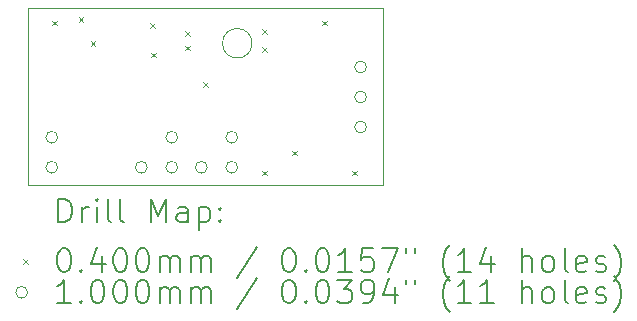
<source format=gbr>
%TF.GenerationSoftware,KiCad,Pcbnew,7.0.9*%
%TF.CreationDate,2024-03-13T02:47:42-05:00*%
%TF.ProjectId,SWITCHES,53574954-4348-4455-932e-6b696361645f,rev?*%
%TF.SameCoordinates,Original*%
%TF.FileFunction,Drillmap*%
%TF.FilePolarity,Positive*%
%FSLAX45Y45*%
G04 Gerber Fmt 4.5, Leading zero omitted, Abs format (unit mm)*
G04 Created by KiCad (PCBNEW 7.0.9) date 2024-03-13 02:47:42*
%MOMM*%
%LPD*%
G01*
G04 APERTURE LIST*
%ADD10C,0.100000*%
%ADD11C,0.200000*%
G04 APERTURE END LIST*
D10*
X14000000Y-8000000D02*
X17000000Y-8000000D01*
X17000000Y-9500000D01*
X14000000Y-9500000D01*
X14000000Y-8000000D01*
X16510000Y-8128000D02*
G75*
G03*
X16510000Y-8128000I0J0D01*
G01*
X15895000Y-8300000D02*
G75*
G03*
X15895000Y-8300000I-125000J0D01*
G01*
D11*
D10*
X14204000Y-8108000D02*
X14244000Y-8148000D01*
X14244000Y-8108000D02*
X14204000Y-8148000D01*
X14426270Y-8076270D02*
X14466270Y-8116270D01*
X14466270Y-8076270D02*
X14426270Y-8116270D01*
X14530000Y-8280000D02*
X14570000Y-8320000D01*
X14570000Y-8280000D02*
X14530000Y-8320000D01*
X15030000Y-8130000D02*
X15070000Y-8170000D01*
X15070000Y-8130000D02*
X15030000Y-8170000D01*
X15040000Y-8380000D02*
X15080000Y-8420000D01*
X15080000Y-8380000D02*
X15040000Y-8420000D01*
X15330000Y-8200000D02*
X15370000Y-8240000D01*
X15370000Y-8200000D02*
X15330000Y-8240000D01*
X15330000Y-8320000D02*
X15370000Y-8360000D01*
X15370000Y-8320000D02*
X15330000Y-8360000D01*
X15480000Y-8630000D02*
X15520000Y-8670000D01*
X15520000Y-8630000D02*
X15480000Y-8670000D01*
X15980000Y-8180000D02*
X16020000Y-8220000D01*
X16020000Y-8180000D02*
X15980000Y-8220000D01*
X15982000Y-8330000D02*
X16022000Y-8370000D01*
X16022000Y-8330000D02*
X15982000Y-8370000D01*
X15982000Y-9378000D02*
X16022000Y-9418000D01*
X16022000Y-9378000D02*
X15982000Y-9418000D01*
X16236000Y-9210000D02*
X16276000Y-9250000D01*
X16276000Y-9210000D02*
X16236000Y-9250000D01*
X16490000Y-8108000D02*
X16530000Y-8148000D01*
X16530000Y-8108000D02*
X16490000Y-8148000D01*
X16744000Y-9378000D02*
X16784000Y-9418000D01*
X16784000Y-9378000D02*
X16744000Y-9418000D01*
X14250000Y-9096000D02*
G75*
G03*
X14250000Y-9096000I-50000J0D01*
G01*
X14250000Y-9350000D02*
G75*
G03*
X14250000Y-9350000I-50000J0D01*
G01*
X15008000Y-9350000D02*
G75*
G03*
X15008000Y-9350000I-50000J0D01*
G01*
X15266000Y-9096000D02*
G75*
G03*
X15266000Y-9096000I-50000J0D01*
G01*
X15266000Y-9350000D02*
G75*
G03*
X15266000Y-9350000I-50000J0D01*
G01*
X15516000Y-9350000D02*
G75*
G03*
X15516000Y-9350000I-50000J0D01*
G01*
X15774000Y-9096000D02*
G75*
G03*
X15774000Y-9096000I-50000J0D01*
G01*
X15774000Y-9350000D02*
G75*
G03*
X15774000Y-9350000I-50000J0D01*
G01*
X16865000Y-8500000D02*
G75*
G03*
X16865000Y-8500000I-50000J0D01*
G01*
X16865000Y-8754000D02*
G75*
G03*
X16865000Y-8754000I-50000J0D01*
G01*
X16865000Y-9008000D02*
G75*
G03*
X16865000Y-9008000I-50000J0D01*
G01*
D11*
X14255777Y-9816484D02*
X14255777Y-9616484D01*
X14255777Y-9616484D02*
X14303396Y-9616484D01*
X14303396Y-9616484D02*
X14331967Y-9626008D01*
X14331967Y-9626008D02*
X14351015Y-9645055D01*
X14351015Y-9645055D02*
X14360539Y-9664103D01*
X14360539Y-9664103D02*
X14370062Y-9702198D01*
X14370062Y-9702198D02*
X14370062Y-9730770D01*
X14370062Y-9730770D02*
X14360539Y-9768865D01*
X14360539Y-9768865D02*
X14351015Y-9787912D01*
X14351015Y-9787912D02*
X14331967Y-9806960D01*
X14331967Y-9806960D02*
X14303396Y-9816484D01*
X14303396Y-9816484D02*
X14255777Y-9816484D01*
X14455777Y-9816484D02*
X14455777Y-9683150D01*
X14455777Y-9721246D02*
X14465301Y-9702198D01*
X14465301Y-9702198D02*
X14474824Y-9692674D01*
X14474824Y-9692674D02*
X14493872Y-9683150D01*
X14493872Y-9683150D02*
X14512920Y-9683150D01*
X14579586Y-9816484D02*
X14579586Y-9683150D01*
X14579586Y-9616484D02*
X14570062Y-9626008D01*
X14570062Y-9626008D02*
X14579586Y-9635531D01*
X14579586Y-9635531D02*
X14589110Y-9626008D01*
X14589110Y-9626008D02*
X14579586Y-9616484D01*
X14579586Y-9616484D02*
X14579586Y-9635531D01*
X14703396Y-9816484D02*
X14684348Y-9806960D01*
X14684348Y-9806960D02*
X14674824Y-9787912D01*
X14674824Y-9787912D02*
X14674824Y-9616484D01*
X14808158Y-9816484D02*
X14789110Y-9806960D01*
X14789110Y-9806960D02*
X14779586Y-9787912D01*
X14779586Y-9787912D02*
X14779586Y-9616484D01*
X15036729Y-9816484D02*
X15036729Y-9616484D01*
X15036729Y-9616484D02*
X15103396Y-9759341D01*
X15103396Y-9759341D02*
X15170062Y-9616484D01*
X15170062Y-9616484D02*
X15170062Y-9816484D01*
X15351015Y-9816484D02*
X15351015Y-9711722D01*
X15351015Y-9711722D02*
X15341491Y-9692674D01*
X15341491Y-9692674D02*
X15322443Y-9683150D01*
X15322443Y-9683150D02*
X15284348Y-9683150D01*
X15284348Y-9683150D02*
X15265301Y-9692674D01*
X15351015Y-9806960D02*
X15331967Y-9816484D01*
X15331967Y-9816484D02*
X15284348Y-9816484D01*
X15284348Y-9816484D02*
X15265301Y-9806960D01*
X15265301Y-9806960D02*
X15255777Y-9787912D01*
X15255777Y-9787912D02*
X15255777Y-9768865D01*
X15255777Y-9768865D02*
X15265301Y-9749817D01*
X15265301Y-9749817D02*
X15284348Y-9740293D01*
X15284348Y-9740293D02*
X15331967Y-9740293D01*
X15331967Y-9740293D02*
X15351015Y-9730770D01*
X15446253Y-9683150D02*
X15446253Y-9883150D01*
X15446253Y-9692674D02*
X15465301Y-9683150D01*
X15465301Y-9683150D02*
X15503396Y-9683150D01*
X15503396Y-9683150D02*
X15522443Y-9692674D01*
X15522443Y-9692674D02*
X15531967Y-9702198D01*
X15531967Y-9702198D02*
X15541491Y-9721246D01*
X15541491Y-9721246D02*
X15541491Y-9778389D01*
X15541491Y-9778389D02*
X15531967Y-9797436D01*
X15531967Y-9797436D02*
X15522443Y-9806960D01*
X15522443Y-9806960D02*
X15503396Y-9816484D01*
X15503396Y-9816484D02*
X15465301Y-9816484D01*
X15465301Y-9816484D02*
X15446253Y-9806960D01*
X15627205Y-9797436D02*
X15636729Y-9806960D01*
X15636729Y-9806960D02*
X15627205Y-9816484D01*
X15627205Y-9816484D02*
X15617682Y-9806960D01*
X15617682Y-9806960D02*
X15627205Y-9797436D01*
X15627205Y-9797436D02*
X15627205Y-9816484D01*
X15627205Y-9692674D02*
X15636729Y-9702198D01*
X15636729Y-9702198D02*
X15627205Y-9711722D01*
X15627205Y-9711722D02*
X15617682Y-9702198D01*
X15617682Y-9702198D02*
X15627205Y-9692674D01*
X15627205Y-9692674D02*
X15627205Y-9711722D01*
D10*
X13955000Y-10125000D02*
X13995000Y-10165000D01*
X13995000Y-10125000D02*
X13955000Y-10165000D01*
D11*
X14293872Y-10036484D02*
X14312920Y-10036484D01*
X14312920Y-10036484D02*
X14331967Y-10046008D01*
X14331967Y-10046008D02*
X14341491Y-10055531D01*
X14341491Y-10055531D02*
X14351015Y-10074579D01*
X14351015Y-10074579D02*
X14360539Y-10112674D01*
X14360539Y-10112674D02*
X14360539Y-10160293D01*
X14360539Y-10160293D02*
X14351015Y-10198389D01*
X14351015Y-10198389D02*
X14341491Y-10217436D01*
X14341491Y-10217436D02*
X14331967Y-10226960D01*
X14331967Y-10226960D02*
X14312920Y-10236484D01*
X14312920Y-10236484D02*
X14293872Y-10236484D01*
X14293872Y-10236484D02*
X14274824Y-10226960D01*
X14274824Y-10226960D02*
X14265301Y-10217436D01*
X14265301Y-10217436D02*
X14255777Y-10198389D01*
X14255777Y-10198389D02*
X14246253Y-10160293D01*
X14246253Y-10160293D02*
X14246253Y-10112674D01*
X14246253Y-10112674D02*
X14255777Y-10074579D01*
X14255777Y-10074579D02*
X14265301Y-10055531D01*
X14265301Y-10055531D02*
X14274824Y-10046008D01*
X14274824Y-10046008D02*
X14293872Y-10036484D01*
X14446253Y-10217436D02*
X14455777Y-10226960D01*
X14455777Y-10226960D02*
X14446253Y-10236484D01*
X14446253Y-10236484D02*
X14436729Y-10226960D01*
X14436729Y-10226960D02*
X14446253Y-10217436D01*
X14446253Y-10217436D02*
X14446253Y-10236484D01*
X14627205Y-10103150D02*
X14627205Y-10236484D01*
X14579586Y-10026960D02*
X14531967Y-10169817D01*
X14531967Y-10169817D02*
X14655777Y-10169817D01*
X14770062Y-10036484D02*
X14789110Y-10036484D01*
X14789110Y-10036484D02*
X14808158Y-10046008D01*
X14808158Y-10046008D02*
X14817682Y-10055531D01*
X14817682Y-10055531D02*
X14827205Y-10074579D01*
X14827205Y-10074579D02*
X14836729Y-10112674D01*
X14836729Y-10112674D02*
X14836729Y-10160293D01*
X14836729Y-10160293D02*
X14827205Y-10198389D01*
X14827205Y-10198389D02*
X14817682Y-10217436D01*
X14817682Y-10217436D02*
X14808158Y-10226960D01*
X14808158Y-10226960D02*
X14789110Y-10236484D01*
X14789110Y-10236484D02*
X14770062Y-10236484D01*
X14770062Y-10236484D02*
X14751015Y-10226960D01*
X14751015Y-10226960D02*
X14741491Y-10217436D01*
X14741491Y-10217436D02*
X14731967Y-10198389D01*
X14731967Y-10198389D02*
X14722443Y-10160293D01*
X14722443Y-10160293D02*
X14722443Y-10112674D01*
X14722443Y-10112674D02*
X14731967Y-10074579D01*
X14731967Y-10074579D02*
X14741491Y-10055531D01*
X14741491Y-10055531D02*
X14751015Y-10046008D01*
X14751015Y-10046008D02*
X14770062Y-10036484D01*
X14960539Y-10036484D02*
X14979586Y-10036484D01*
X14979586Y-10036484D02*
X14998634Y-10046008D01*
X14998634Y-10046008D02*
X15008158Y-10055531D01*
X15008158Y-10055531D02*
X15017682Y-10074579D01*
X15017682Y-10074579D02*
X15027205Y-10112674D01*
X15027205Y-10112674D02*
X15027205Y-10160293D01*
X15027205Y-10160293D02*
X15017682Y-10198389D01*
X15017682Y-10198389D02*
X15008158Y-10217436D01*
X15008158Y-10217436D02*
X14998634Y-10226960D01*
X14998634Y-10226960D02*
X14979586Y-10236484D01*
X14979586Y-10236484D02*
X14960539Y-10236484D01*
X14960539Y-10236484D02*
X14941491Y-10226960D01*
X14941491Y-10226960D02*
X14931967Y-10217436D01*
X14931967Y-10217436D02*
X14922443Y-10198389D01*
X14922443Y-10198389D02*
X14912920Y-10160293D01*
X14912920Y-10160293D02*
X14912920Y-10112674D01*
X14912920Y-10112674D02*
X14922443Y-10074579D01*
X14922443Y-10074579D02*
X14931967Y-10055531D01*
X14931967Y-10055531D02*
X14941491Y-10046008D01*
X14941491Y-10046008D02*
X14960539Y-10036484D01*
X15112920Y-10236484D02*
X15112920Y-10103150D01*
X15112920Y-10122198D02*
X15122443Y-10112674D01*
X15122443Y-10112674D02*
X15141491Y-10103150D01*
X15141491Y-10103150D02*
X15170063Y-10103150D01*
X15170063Y-10103150D02*
X15189110Y-10112674D01*
X15189110Y-10112674D02*
X15198634Y-10131722D01*
X15198634Y-10131722D02*
X15198634Y-10236484D01*
X15198634Y-10131722D02*
X15208158Y-10112674D01*
X15208158Y-10112674D02*
X15227205Y-10103150D01*
X15227205Y-10103150D02*
X15255777Y-10103150D01*
X15255777Y-10103150D02*
X15274824Y-10112674D01*
X15274824Y-10112674D02*
X15284348Y-10131722D01*
X15284348Y-10131722D02*
X15284348Y-10236484D01*
X15379586Y-10236484D02*
X15379586Y-10103150D01*
X15379586Y-10122198D02*
X15389110Y-10112674D01*
X15389110Y-10112674D02*
X15408158Y-10103150D01*
X15408158Y-10103150D02*
X15436729Y-10103150D01*
X15436729Y-10103150D02*
X15455777Y-10112674D01*
X15455777Y-10112674D02*
X15465301Y-10131722D01*
X15465301Y-10131722D02*
X15465301Y-10236484D01*
X15465301Y-10131722D02*
X15474824Y-10112674D01*
X15474824Y-10112674D02*
X15493872Y-10103150D01*
X15493872Y-10103150D02*
X15522443Y-10103150D01*
X15522443Y-10103150D02*
X15541491Y-10112674D01*
X15541491Y-10112674D02*
X15551015Y-10131722D01*
X15551015Y-10131722D02*
X15551015Y-10236484D01*
X15941491Y-10026960D02*
X15770063Y-10284103D01*
X16198634Y-10036484D02*
X16217682Y-10036484D01*
X16217682Y-10036484D02*
X16236729Y-10046008D01*
X16236729Y-10046008D02*
X16246253Y-10055531D01*
X16246253Y-10055531D02*
X16255777Y-10074579D01*
X16255777Y-10074579D02*
X16265301Y-10112674D01*
X16265301Y-10112674D02*
X16265301Y-10160293D01*
X16265301Y-10160293D02*
X16255777Y-10198389D01*
X16255777Y-10198389D02*
X16246253Y-10217436D01*
X16246253Y-10217436D02*
X16236729Y-10226960D01*
X16236729Y-10226960D02*
X16217682Y-10236484D01*
X16217682Y-10236484D02*
X16198634Y-10236484D01*
X16198634Y-10236484D02*
X16179586Y-10226960D01*
X16179586Y-10226960D02*
X16170063Y-10217436D01*
X16170063Y-10217436D02*
X16160539Y-10198389D01*
X16160539Y-10198389D02*
X16151015Y-10160293D01*
X16151015Y-10160293D02*
X16151015Y-10112674D01*
X16151015Y-10112674D02*
X16160539Y-10074579D01*
X16160539Y-10074579D02*
X16170063Y-10055531D01*
X16170063Y-10055531D02*
X16179586Y-10046008D01*
X16179586Y-10046008D02*
X16198634Y-10036484D01*
X16351015Y-10217436D02*
X16360539Y-10226960D01*
X16360539Y-10226960D02*
X16351015Y-10236484D01*
X16351015Y-10236484D02*
X16341491Y-10226960D01*
X16341491Y-10226960D02*
X16351015Y-10217436D01*
X16351015Y-10217436D02*
X16351015Y-10236484D01*
X16484348Y-10036484D02*
X16503396Y-10036484D01*
X16503396Y-10036484D02*
X16522444Y-10046008D01*
X16522444Y-10046008D02*
X16531967Y-10055531D01*
X16531967Y-10055531D02*
X16541491Y-10074579D01*
X16541491Y-10074579D02*
X16551015Y-10112674D01*
X16551015Y-10112674D02*
X16551015Y-10160293D01*
X16551015Y-10160293D02*
X16541491Y-10198389D01*
X16541491Y-10198389D02*
X16531967Y-10217436D01*
X16531967Y-10217436D02*
X16522444Y-10226960D01*
X16522444Y-10226960D02*
X16503396Y-10236484D01*
X16503396Y-10236484D02*
X16484348Y-10236484D01*
X16484348Y-10236484D02*
X16465301Y-10226960D01*
X16465301Y-10226960D02*
X16455777Y-10217436D01*
X16455777Y-10217436D02*
X16446253Y-10198389D01*
X16446253Y-10198389D02*
X16436729Y-10160293D01*
X16436729Y-10160293D02*
X16436729Y-10112674D01*
X16436729Y-10112674D02*
X16446253Y-10074579D01*
X16446253Y-10074579D02*
X16455777Y-10055531D01*
X16455777Y-10055531D02*
X16465301Y-10046008D01*
X16465301Y-10046008D02*
X16484348Y-10036484D01*
X16741491Y-10236484D02*
X16627206Y-10236484D01*
X16684348Y-10236484D02*
X16684348Y-10036484D01*
X16684348Y-10036484D02*
X16665301Y-10065055D01*
X16665301Y-10065055D02*
X16646253Y-10084103D01*
X16646253Y-10084103D02*
X16627206Y-10093627D01*
X16922444Y-10036484D02*
X16827206Y-10036484D01*
X16827206Y-10036484D02*
X16817682Y-10131722D01*
X16817682Y-10131722D02*
X16827206Y-10122198D01*
X16827206Y-10122198D02*
X16846253Y-10112674D01*
X16846253Y-10112674D02*
X16893872Y-10112674D01*
X16893872Y-10112674D02*
X16912920Y-10122198D01*
X16912920Y-10122198D02*
X16922444Y-10131722D01*
X16922444Y-10131722D02*
X16931968Y-10150770D01*
X16931968Y-10150770D02*
X16931968Y-10198389D01*
X16931968Y-10198389D02*
X16922444Y-10217436D01*
X16922444Y-10217436D02*
X16912920Y-10226960D01*
X16912920Y-10226960D02*
X16893872Y-10236484D01*
X16893872Y-10236484D02*
X16846253Y-10236484D01*
X16846253Y-10236484D02*
X16827206Y-10226960D01*
X16827206Y-10226960D02*
X16817682Y-10217436D01*
X16998634Y-10036484D02*
X17131968Y-10036484D01*
X17131968Y-10036484D02*
X17046253Y-10236484D01*
X17198634Y-10036484D02*
X17198634Y-10074579D01*
X17274825Y-10036484D02*
X17274825Y-10074579D01*
X17570063Y-10312674D02*
X17560539Y-10303150D01*
X17560539Y-10303150D02*
X17541491Y-10274579D01*
X17541491Y-10274579D02*
X17531968Y-10255531D01*
X17531968Y-10255531D02*
X17522444Y-10226960D01*
X17522444Y-10226960D02*
X17512920Y-10179341D01*
X17512920Y-10179341D02*
X17512920Y-10141246D01*
X17512920Y-10141246D02*
X17522444Y-10093627D01*
X17522444Y-10093627D02*
X17531968Y-10065055D01*
X17531968Y-10065055D02*
X17541491Y-10046008D01*
X17541491Y-10046008D02*
X17560539Y-10017436D01*
X17560539Y-10017436D02*
X17570063Y-10007912D01*
X17751015Y-10236484D02*
X17636730Y-10236484D01*
X17693872Y-10236484D02*
X17693872Y-10036484D01*
X17693872Y-10036484D02*
X17674825Y-10065055D01*
X17674825Y-10065055D02*
X17655777Y-10084103D01*
X17655777Y-10084103D02*
X17636730Y-10093627D01*
X17922444Y-10103150D02*
X17922444Y-10236484D01*
X17874825Y-10026960D02*
X17827206Y-10169817D01*
X17827206Y-10169817D02*
X17951015Y-10169817D01*
X18179587Y-10236484D02*
X18179587Y-10036484D01*
X18265301Y-10236484D02*
X18265301Y-10131722D01*
X18265301Y-10131722D02*
X18255777Y-10112674D01*
X18255777Y-10112674D02*
X18236730Y-10103150D01*
X18236730Y-10103150D02*
X18208158Y-10103150D01*
X18208158Y-10103150D02*
X18189111Y-10112674D01*
X18189111Y-10112674D02*
X18179587Y-10122198D01*
X18389111Y-10236484D02*
X18370063Y-10226960D01*
X18370063Y-10226960D02*
X18360539Y-10217436D01*
X18360539Y-10217436D02*
X18351015Y-10198389D01*
X18351015Y-10198389D02*
X18351015Y-10141246D01*
X18351015Y-10141246D02*
X18360539Y-10122198D01*
X18360539Y-10122198D02*
X18370063Y-10112674D01*
X18370063Y-10112674D02*
X18389111Y-10103150D01*
X18389111Y-10103150D02*
X18417682Y-10103150D01*
X18417682Y-10103150D02*
X18436730Y-10112674D01*
X18436730Y-10112674D02*
X18446253Y-10122198D01*
X18446253Y-10122198D02*
X18455777Y-10141246D01*
X18455777Y-10141246D02*
X18455777Y-10198389D01*
X18455777Y-10198389D02*
X18446253Y-10217436D01*
X18446253Y-10217436D02*
X18436730Y-10226960D01*
X18436730Y-10226960D02*
X18417682Y-10236484D01*
X18417682Y-10236484D02*
X18389111Y-10236484D01*
X18570063Y-10236484D02*
X18551015Y-10226960D01*
X18551015Y-10226960D02*
X18541492Y-10207912D01*
X18541492Y-10207912D02*
X18541492Y-10036484D01*
X18722444Y-10226960D02*
X18703396Y-10236484D01*
X18703396Y-10236484D02*
X18665301Y-10236484D01*
X18665301Y-10236484D02*
X18646253Y-10226960D01*
X18646253Y-10226960D02*
X18636730Y-10207912D01*
X18636730Y-10207912D02*
X18636730Y-10131722D01*
X18636730Y-10131722D02*
X18646253Y-10112674D01*
X18646253Y-10112674D02*
X18665301Y-10103150D01*
X18665301Y-10103150D02*
X18703396Y-10103150D01*
X18703396Y-10103150D02*
X18722444Y-10112674D01*
X18722444Y-10112674D02*
X18731968Y-10131722D01*
X18731968Y-10131722D02*
X18731968Y-10150770D01*
X18731968Y-10150770D02*
X18636730Y-10169817D01*
X18808158Y-10226960D02*
X18827206Y-10236484D01*
X18827206Y-10236484D02*
X18865301Y-10236484D01*
X18865301Y-10236484D02*
X18884349Y-10226960D01*
X18884349Y-10226960D02*
X18893873Y-10207912D01*
X18893873Y-10207912D02*
X18893873Y-10198389D01*
X18893873Y-10198389D02*
X18884349Y-10179341D01*
X18884349Y-10179341D02*
X18865301Y-10169817D01*
X18865301Y-10169817D02*
X18836730Y-10169817D01*
X18836730Y-10169817D02*
X18817682Y-10160293D01*
X18817682Y-10160293D02*
X18808158Y-10141246D01*
X18808158Y-10141246D02*
X18808158Y-10131722D01*
X18808158Y-10131722D02*
X18817682Y-10112674D01*
X18817682Y-10112674D02*
X18836730Y-10103150D01*
X18836730Y-10103150D02*
X18865301Y-10103150D01*
X18865301Y-10103150D02*
X18884349Y-10112674D01*
X18960539Y-10312674D02*
X18970063Y-10303150D01*
X18970063Y-10303150D02*
X18989111Y-10274579D01*
X18989111Y-10274579D02*
X18998634Y-10255531D01*
X18998634Y-10255531D02*
X19008158Y-10226960D01*
X19008158Y-10226960D02*
X19017682Y-10179341D01*
X19017682Y-10179341D02*
X19017682Y-10141246D01*
X19017682Y-10141246D02*
X19008158Y-10093627D01*
X19008158Y-10093627D02*
X18998634Y-10065055D01*
X18998634Y-10065055D02*
X18989111Y-10046008D01*
X18989111Y-10046008D02*
X18970063Y-10017436D01*
X18970063Y-10017436D02*
X18960539Y-10007912D01*
D10*
X13995000Y-10409000D02*
G75*
G03*
X13995000Y-10409000I-50000J0D01*
G01*
D11*
X14360539Y-10500484D02*
X14246253Y-10500484D01*
X14303396Y-10500484D02*
X14303396Y-10300484D01*
X14303396Y-10300484D02*
X14284348Y-10329055D01*
X14284348Y-10329055D02*
X14265301Y-10348103D01*
X14265301Y-10348103D02*
X14246253Y-10357627D01*
X14446253Y-10481436D02*
X14455777Y-10490960D01*
X14455777Y-10490960D02*
X14446253Y-10500484D01*
X14446253Y-10500484D02*
X14436729Y-10490960D01*
X14436729Y-10490960D02*
X14446253Y-10481436D01*
X14446253Y-10481436D02*
X14446253Y-10500484D01*
X14579586Y-10300484D02*
X14598634Y-10300484D01*
X14598634Y-10300484D02*
X14617682Y-10310008D01*
X14617682Y-10310008D02*
X14627205Y-10319531D01*
X14627205Y-10319531D02*
X14636729Y-10338579D01*
X14636729Y-10338579D02*
X14646253Y-10376674D01*
X14646253Y-10376674D02*
X14646253Y-10424293D01*
X14646253Y-10424293D02*
X14636729Y-10462389D01*
X14636729Y-10462389D02*
X14627205Y-10481436D01*
X14627205Y-10481436D02*
X14617682Y-10490960D01*
X14617682Y-10490960D02*
X14598634Y-10500484D01*
X14598634Y-10500484D02*
X14579586Y-10500484D01*
X14579586Y-10500484D02*
X14560539Y-10490960D01*
X14560539Y-10490960D02*
X14551015Y-10481436D01*
X14551015Y-10481436D02*
X14541491Y-10462389D01*
X14541491Y-10462389D02*
X14531967Y-10424293D01*
X14531967Y-10424293D02*
X14531967Y-10376674D01*
X14531967Y-10376674D02*
X14541491Y-10338579D01*
X14541491Y-10338579D02*
X14551015Y-10319531D01*
X14551015Y-10319531D02*
X14560539Y-10310008D01*
X14560539Y-10310008D02*
X14579586Y-10300484D01*
X14770062Y-10300484D02*
X14789110Y-10300484D01*
X14789110Y-10300484D02*
X14808158Y-10310008D01*
X14808158Y-10310008D02*
X14817682Y-10319531D01*
X14817682Y-10319531D02*
X14827205Y-10338579D01*
X14827205Y-10338579D02*
X14836729Y-10376674D01*
X14836729Y-10376674D02*
X14836729Y-10424293D01*
X14836729Y-10424293D02*
X14827205Y-10462389D01*
X14827205Y-10462389D02*
X14817682Y-10481436D01*
X14817682Y-10481436D02*
X14808158Y-10490960D01*
X14808158Y-10490960D02*
X14789110Y-10500484D01*
X14789110Y-10500484D02*
X14770062Y-10500484D01*
X14770062Y-10500484D02*
X14751015Y-10490960D01*
X14751015Y-10490960D02*
X14741491Y-10481436D01*
X14741491Y-10481436D02*
X14731967Y-10462389D01*
X14731967Y-10462389D02*
X14722443Y-10424293D01*
X14722443Y-10424293D02*
X14722443Y-10376674D01*
X14722443Y-10376674D02*
X14731967Y-10338579D01*
X14731967Y-10338579D02*
X14741491Y-10319531D01*
X14741491Y-10319531D02*
X14751015Y-10310008D01*
X14751015Y-10310008D02*
X14770062Y-10300484D01*
X14960539Y-10300484D02*
X14979586Y-10300484D01*
X14979586Y-10300484D02*
X14998634Y-10310008D01*
X14998634Y-10310008D02*
X15008158Y-10319531D01*
X15008158Y-10319531D02*
X15017682Y-10338579D01*
X15017682Y-10338579D02*
X15027205Y-10376674D01*
X15027205Y-10376674D02*
X15027205Y-10424293D01*
X15027205Y-10424293D02*
X15017682Y-10462389D01*
X15017682Y-10462389D02*
X15008158Y-10481436D01*
X15008158Y-10481436D02*
X14998634Y-10490960D01*
X14998634Y-10490960D02*
X14979586Y-10500484D01*
X14979586Y-10500484D02*
X14960539Y-10500484D01*
X14960539Y-10500484D02*
X14941491Y-10490960D01*
X14941491Y-10490960D02*
X14931967Y-10481436D01*
X14931967Y-10481436D02*
X14922443Y-10462389D01*
X14922443Y-10462389D02*
X14912920Y-10424293D01*
X14912920Y-10424293D02*
X14912920Y-10376674D01*
X14912920Y-10376674D02*
X14922443Y-10338579D01*
X14922443Y-10338579D02*
X14931967Y-10319531D01*
X14931967Y-10319531D02*
X14941491Y-10310008D01*
X14941491Y-10310008D02*
X14960539Y-10300484D01*
X15112920Y-10500484D02*
X15112920Y-10367150D01*
X15112920Y-10386198D02*
X15122443Y-10376674D01*
X15122443Y-10376674D02*
X15141491Y-10367150D01*
X15141491Y-10367150D02*
X15170063Y-10367150D01*
X15170063Y-10367150D02*
X15189110Y-10376674D01*
X15189110Y-10376674D02*
X15198634Y-10395722D01*
X15198634Y-10395722D02*
X15198634Y-10500484D01*
X15198634Y-10395722D02*
X15208158Y-10376674D01*
X15208158Y-10376674D02*
X15227205Y-10367150D01*
X15227205Y-10367150D02*
X15255777Y-10367150D01*
X15255777Y-10367150D02*
X15274824Y-10376674D01*
X15274824Y-10376674D02*
X15284348Y-10395722D01*
X15284348Y-10395722D02*
X15284348Y-10500484D01*
X15379586Y-10500484D02*
X15379586Y-10367150D01*
X15379586Y-10386198D02*
X15389110Y-10376674D01*
X15389110Y-10376674D02*
X15408158Y-10367150D01*
X15408158Y-10367150D02*
X15436729Y-10367150D01*
X15436729Y-10367150D02*
X15455777Y-10376674D01*
X15455777Y-10376674D02*
X15465301Y-10395722D01*
X15465301Y-10395722D02*
X15465301Y-10500484D01*
X15465301Y-10395722D02*
X15474824Y-10376674D01*
X15474824Y-10376674D02*
X15493872Y-10367150D01*
X15493872Y-10367150D02*
X15522443Y-10367150D01*
X15522443Y-10367150D02*
X15541491Y-10376674D01*
X15541491Y-10376674D02*
X15551015Y-10395722D01*
X15551015Y-10395722D02*
X15551015Y-10500484D01*
X15941491Y-10290960D02*
X15770063Y-10548103D01*
X16198634Y-10300484D02*
X16217682Y-10300484D01*
X16217682Y-10300484D02*
X16236729Y-10310008D01*
X16236729Y-10310008D02*
X16246253Y-10319531D01*
X16246253Y-10319531D02*
X16255777Y-10338579D01*
X16255777Y-10338579D02*
X16265301Y-10376674D01*
X16265301Y-10376674D02*
X16265301Y-10424293D01*
X16265301Y-10424293D02*
X16255777Y-10462389D01*
X16255777Y-10462389D02*
X16246253Y-10481436D01*
X16246253Y-10481436D02*
X16236729Y-10490960D01*
X16236729Y-10490960D02*
X16217682Y-10500484D01*
X16217682Y-10500484D02*
X16198634Y-10500484D01*
X16198634Y-10500484D02*
X16179586Y-10490960D01*
X16179586Y-10490960D02*
X16170063Y-10481436D01*
X16170063Y-10481436D02*
X16160539Y-10462389D01*
X16160539Y-10462389D02*
X16151015Y-10424293D01*
X16151015Y-10424293D02*
X16151015Y-10376674D01*
X16151015Y-10376674D02*
X16160539Y-10338579D01*
X16160539Y-10338579D02*
X16170063Y-10319531D01*
X16170063Y-10319531D02*
X16179586Y-10310008D01*
X16179586Y-10310008D02*
X16198634Y-10300484D01*
X16351015Y-10481436D02*
X16360539Y-10490960D01*
X16360539Y-10490960D02*
X16351015Y-10500484D01*
X16351015Y-10500484D02*
X16341491Y-10490960D01*
X16341491Y-10490960D02*
X16351015Y-10481436D01*
X16351015Y-10481436D02*
X16351015Y-10500484D01*
X16484348Y-10300484D02*
X16503396Y-10300484D01*
X16503396Y-10300484D02*
X16522444Y-10310008D01*
X16522444Y-10310008D02*
X16531967Y-10319531D01*
X16531967Y-10319531D02*
X16541491Y-10338579D01*
X16541491Y-10338579D02*
X16551015Y-10376674D01*
X16551015Y-10376674D02*
X16551015Y-10424293D01*
X16551015Y-10424293D02*
X16541491Y-10462389D01*
X16541491Y-10462389D02*
X16531967Y-10481436D01*
X16531967Y-10481436D02*
X16522444Y-10490960D01*
X16522444Y-10490960D02*
X16503396Y-10500484D01*
X16503396Y-10500484D02*
X16484348Y-10500484D01*
X16484348Y-10500484D02*
X16465301Y-10490960D01*
X16465301Y-10490960D02*
X16455777Y-10481436D01*
X16455777Y-10481436D02*
X16446253Y-10462389D01*
X16446253Y-10462389D02*
X16436729Y-10424293D01*
X16436729Y-10424293D02*
X16436729Y-10376674D01*
X16436729Y-10376674D02*
X16446253Y-10338579D01*
X16446253Y-10338579D02*
X16455777Y-10319531D01*
X16455777Y-10319531D02*
X16465301Y-10310008D01*
X16465301Y-10310008D02*
X16484348Y-10300484D01*
X16617682Y-10300484D02*
X16741491Y-10300484D01*
X16741491Y-10300484D02*
X16674825Y-10376674D01*
X16674825Y-10376674D02*
X16703396Y-10376674D01*
X16703396Y-10376674D02*
X16722444Y-10386198D01*
X16722444Y-10386198D02*
X16731967Y-10395722D01*
X16731967Y-10395722D02*
X16741491Y-10414770D01*
X16741491Y-10414770D02*
X16741491Y-10462389D01*
X16741491Y-10462389D02*
X16731967Y-10481436D01*
X16731967Y-10481436D02*
X16722444Y-10490960D01*
X16722444Y-10490960D02*
X16703396Y-10500484D01*
X16703396Y-10500484D02*
X16646253Y-10500484D01*
X16646253Y-10500484D02*
X16627206Y-10490960D01*
X16627206Y-10490960D02*
X16617682Y-10481436D01*
X16836729Y-10500484D02*
X16874825Y-10500484D01*
X16874825Y-10500484D02*
X16893872Y-10490960D01*
X16893872Y-10490960D02*
X16903396Y-10481436D01*
X16903396Y-10481436D02*
X16922444Y-10452865D01*
X16922444Y-10452865D02*
X16931968Y-10414770D01*
X16931968Y-10414770D02*
X16931968Y-10338579D01*
X16931968Y-10338579D02*
X16922444Y-10319531D01*
X16922444Y-10319531D02*
X16912920Y-10310008D01*
X16912920Y-10310008D02*
X16893872Y-10300484D01*
X16893872Y-10300484D02*
X16855777Y-10300484D01*
X16855777Y-10300484D02*
X16836729Y-10310008D01*
X16836729Y-10310008D02*
X16827206Y-10319531D01*
X16827206Y-10319531D02*
X16817682Y-10338579D01*
X16817682Y-10338579D02*
X16817682Y-10386198D01*
X16817682Y-10386198D02*
X16827206Y-10405246D01*
X16827206Y-10405246D02*
X16836729Y-10414770D01*
X16836729Y-10414770D02*
X16855777Y-10424293D01*
X16855777Y-10424293D02*
X16893872Y-10424293D01*
X16893872Y-10424293D02*
X16912920Y-10414770D01*
X16912920Y-10414770D02*
X16922444Y-10405246D01*
X16922444Y-10405246D02*
X16931968Y-10386198D01*
X17103396Y-10367150D02*
X17103396Y-10500484D01*
X17055777Y-10290960D02*
X17008158Y-10433817D01*
X17008158Y-10433817D02*
X17131968Y-10433817D01*
X17198634Y-10300484D02*
X17198634Y-10338579D01*
X17274825Y-10300484D02*
X17274825Y-10338579D01*
X17570063Y-10576674D02*
X17560539Y-10567150D01*
X17560539Y-10567150D02*
X17541491Y-10538579D01*
X17541491Y-10538579D02*
X17531968Y-10519531D01*
X17531968Y-10519531D02*
X17522444Y-10490960D01*
X17522444Y-10490960D02*
X17512920Y-10443341D01*
X17512920Y-10443341D02*
X17512920Y-10405246D01*
X17512920Y-10405246D02*
X17522444Y-10357627D01*
X17522444Y-10357627D02*
X17531968Y-10329055D01*
X17531968Y-10329055D02*
X17541491Y-10310008D01*
X17541491Y-10310008D02*
X17560539Y-10281436D01*
X17560539Y-10281436D02*
X17570063Y-10271912D01*
X17751015Y-10500484D02*
X17636730Y-10500484D01*
X17693872Y-10500484D02*
X17693872Y-10300484D01*
X17693872Y-10300484D02*
X17674825Y-10329055D01*
X17674825Y-10329055D02*
X17655777Y-10348103D01*
X17655777Y-10348103D02*
X17636730Y-10357627D01*
X17941491Y-10500484D02*
X17827206Y-10500484D01*
X17884349Y-10500484D02*
X17884349Y-10300484D01*
X17884349Y-10300484D02*
X17865301Y-10329055D01*
X17865301Y-10329055D02*
X17846253Y-10348103D01*
X17846253Y-10348103D02*
X17827206Y-10357627D01*
X18179587Y-10500484D02*
X18179587Y-10300484D01*
X18265301Y-10500484D02*
X18265301Y-10395722D01*
X18265301Y-10395722D02*
X18255777Y-10376674D01*
X18255777Y-10376674D02*
X18236730Y-10367150D01*
X18236730Y-10367150D02*
X18208158Y-10367150D01*
X18208158Y-10367150D02*
X18189111Y-10376674D01*
X18189111Y-10376674D02*
X18179587Y-10386198D01*
X18389111Y-10500484D02*
X18370063Y-10490960D01*
X18370063Y-10490960D02*
X18360539Y-10481436D01*
X18360539Y-10481436D02*
X18351015Y-10462389D01*
X18351015Y-10462389D02*
X18351015Y-10405246D01*
X18351015Y-10405246D02*
X18360539Y-10386198D01*
X18360539Y-10386198D02*
X18370063Y-10376674D01*
X18370063Y-10376674D02*
X18389111Y-10367150D01*
X18389111Y-10367150D02*
X18417682Y-10367150D01*
X18417682Y-10367150D02*
X18436730Y-10376674D01*
X18436730Y-10376674D02*
X18446253Y-10386198D01*
X18446253Y-10386198D02*
X18455777Y-10405246D01*
X18455777Y-10405246D02*
X18455777Y-10462389D01*
X18455777Y-10462389D02*
X18446253Y-10481436D01*
X18446253Y-10481436D02*
X18436730Y-10490960D01*
X18436730Y-10490960D02*
X18417682Y-10500484D01*
X18417682Y-10500484D02*
X18389111Y-10500484D01*
X18570063Y-10500484D02*
X18551015Y-10490960D01*
X18551015Y-10490960D02*
X18541492Y-10471912D01*
X18541492Y-10471912D02*
X18541492Y-10300484D01*
X18722444Y-10490960D02*
X18703396Y-10500484D01*
X18703396Y-10500484D02*
X18665301Y-10500484D01*
X18665301Y-10500484D02*
X18646253Y-10490960D01*
X18646253Y-10490960D02*
X18636730Y-10471912D01*
X18636730Y-10471912D02*
X18636730Y-10395722D01*
X18636730Y-10395722D02*
X18646253Y-10376674D01*
X18646253Y-10376674D02*
X18665301Y-10367150D01*
X18665301Y-10367150D02*
X18703396Y-10367150D01*
X18703396Y-10367150D02*
X18722444Y-10376674D01*
X18722444Y-10376674D02*
X18731968Y-10395722D01*
X18731968Y-10395722D02*
X18731968Y-10414770D01*
X18731968Y-10414770D02*
X18636730Y-10433817D01*
X18808158Y-10490960D02*
X18827206Y-10500484D01*
X18827206Y-10500484D02*
X18865301Y-10500484D01*
X18865301Y-10500484D02*
X18884349Y-10490960D01*
X18884349Y-10490960D02*
X18893873Y-10471912D01*
X18893873Y-10471912D02*
X18893873Y-10462389D01*
X18893873Y-10462389D02*
X18884349Y-10443341D01*
X18884349Y-10443341D02*
X18865301Y-10433817D01*
X18865301Y-10433817D02*
X18836730Y-10433817D01*
X18836730Y-10433817D02*
X18817682Y-10424293D01*
X18817682Y-10424293D02*
X18808158Y-10405246D01*
X18808158Y-10405246D02*
X18808158Y-10395722D01*
X18808158Y-10395722D02*
X18817682Y-10376674D01*
X18817682Y-10376674D02*
X18836730Y-10367150D01*
X18836730Y-10367150D02*
X18865301Y-10367150D01*
X18865301Y-10367150D02*
X18884349Y-10376674D01*
X18960539Y-10576674D02*
X18970063Y-10567150D01*
X18970063Y-10567150D02*
X18989111Y-10538579D01*
X18989111Y-10538579D02*
X18998634Y-10519531D01*
X18998634Y-10519531D02*
X19008158Y-10490960D01*
X19008158Y-10490960D02*
X19017682Y-10443341D01*
X19017682Y-10443341D02*
X19017682Y-10405246D01*
X19017682Y-10405246D02*
X19008158Y-10357627D01*
X19008158Y-10357627D02*
X18998634Y-10329055D01*
X18998634Y-10329055D02*
X18989111Y-10310008D01*
X18989111Y-10310008D02*
X18970063Y-10281436D01*
X18970063Y-10281436D02*
X18960539Y-10271912D01*
M02*

</source>
